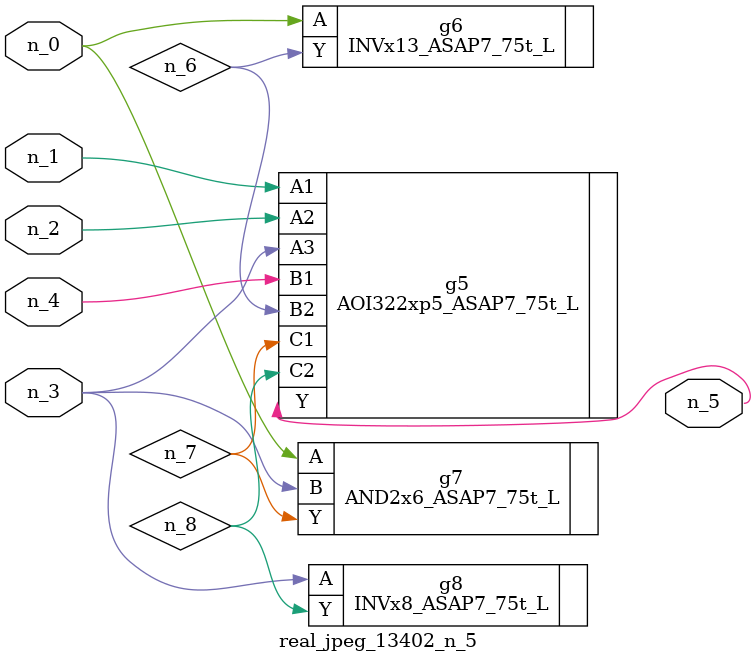
<source format=v>
module real_jpeg_13402_n_5 (n_4, n_0, n_1, n_2, n_3, n_5);

input n_4;
input n_0;
input n_1;
input n_2;
input n_3;

output n_5;

wire n_8;
wire n_6;
wire n_7;

INVx13_ASAP7_75t_L g6 ( 
.A(n_0),
.Y(n_6)
);

AND2x6_ASAP7_75t_L g7 ( 
.A(n_0),
.B(n_3),
.Y(n_7)
);

AOI322xp5_ASAP7_75t_L g5 ( 
.A1(n_1),
.A2(n_2),
.A3(n_3),
.B1(n_4),
.B2(n_6),
.C1(n_7),
.C2(n_8),
.Y(n_5)
);

INVx8_ASAP7_75t_L g8 ( 
.A(n_3),
.Y(n_8)
);


endmodule
</source>
